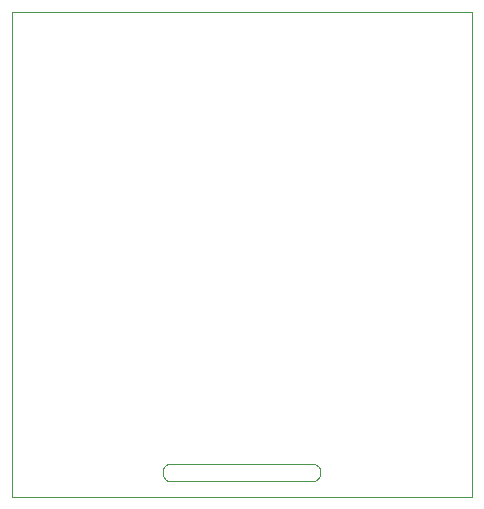
<source format=gbr>
%TF.GenerationSoftware,KiCad,Pcbnew,8.0.1*%
%TF.CreationDate,2024-04-24T15:21:32+01:00*%
%TF.ProjectId,Kishoof_screen,4b697368-6f6f-4665-9f73-637265656e2e,rev?*%
%TF.SameCoordinates,Original*%
%TF.FileFunction,Profile,NP*%
%FSLAX46Y46*%
G04 Gerber Fmt 4.6, Leading zero omitted, Abs format (unit mm)*
G04 Created by KiCad (PCBNEW 8.0.1) date 2024-04-24 15:21:32*
%MOMM*%
%LPD*%
G01*
G04 APERTURE LIST*
%TA.AperFunction,Profile*%
%ADD10C,0.050000*%
%TD*%
G04 APERTURE END LIST*
D10*
X83908750Y-78950000D02*
X83893450Y-79100700D01*
X70562750Y-78950000D02*
X70578050Y-78799300D01*
X83893450Y-78799300D02*
X83908750Y-78950000D01*
X71300000Y-79700000D02*
X71162050Y-79684700D01*
X83309450Y-78215300D02*
X83449950Y-78259200D01*
X70691250Y-78531400D02*
X70783050Y-78420300D01*
X83893450Y-79100700D02*
X83849550Y-79241200D01*
X83577350Y-79571500D02*
X83449950Y-79640800D01*
X83158750Y-79700000D02*
X71300000Y-79700000D01*
X70783050Y-78420300D02*
X70894150Y-78328500D01*
X70894150Y-78328500D02*
X71021550Y-78259200D01*
X70783050Y-79479700D02*
X70691250Y-79368600D01*
X83688450Y-78420300D02*
X83780250Y-78531400D01*
X57800000Y-40000000D02*
X96800000Y-40000000D01*
X96800000Y-81000000D01*
X57800000Y-81000000D01*
X57800000Y-40000000D01*
X71162050Y-78215300D02*
X71300000Y-78200000D01*
X70621950Y-79241200D02*
X70578050Y-79100700D01*
X70578050Y-79100700D02*
X70562750Y-78950000D01*
X83849550Y-78658800D02*
X83893450Y-78799300D01*
X70578050Y-78799300D02*
X70621950Y-78658800D01*
X71021550Y-79640800D02*
X70894150Y-79571500D01*
X83780250Y-79368600D02*
X83688450Y-79479700D01*
X83688450Y-79479700D02*
X83577350Y-79571500D01*
X83849550Y-79241200D02*
X83780250Y-79368600D01*
X71021550Y-78259200D02*
X71162050Y-78215300D01*
X71162050Y-79684700D02*
X71021550Y-79640800D01*
X83309450Y-79684700D02*
X83158750Y-79700000D01*
X70621950Y-78658800D02*
X70691250Y-78531400D01*
X83449950Y-79640800D02*
X83309450Y-79684700D01*
X71300000Y-78200000D02*
X83158750Y-78200000D01*
X70691250Y-79368600D02*
X70621950Y-79241200D01*
X70894150Y-79571500D02*
X70783050Y-79479700D01*
X83577350Y-78328500D02*
X83688450Y-78420300D01*
X83780250Y-78531400D02*
X83849550Y-78658800D01*
X83158750Y-78200000D02*
X83309450Y-78215300D01*
X83449950Y-78259200D02*
X83577350Y-78328500D01*
M02*

</source>
